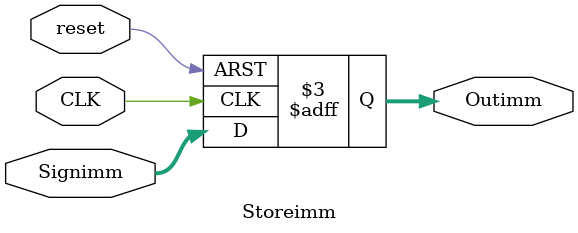
<source format=v>
`timescale 1ns / 1ps


module Storeimm(Signimm,CLK,Outimm,reset

    );
    input [31:0]Signimm;
    input CLK,reset;
    output reg[31:0]Outimm;
    always@(posedge CLK or negedge reset)
    begin
    if(!reset)
    begin
    Outimm=32'b0;
    end
    else begin
    Outimm=Signimm;
    end
    end
endmodule

</source>
